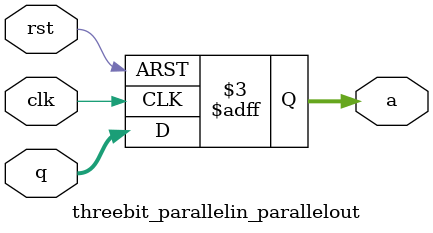
<source format=v>
module threebit_parallelin_parallelout(rst,clk,q,a);
    input rst,clk;
    input [2:0]q;
    output [2:0]a;
    reg [2:0]a;
    always @(negedge rst,posedge clk)
    if (rst==0)
    a=3'b000;
    else 
    a=q;

    

endmodule

</source>
